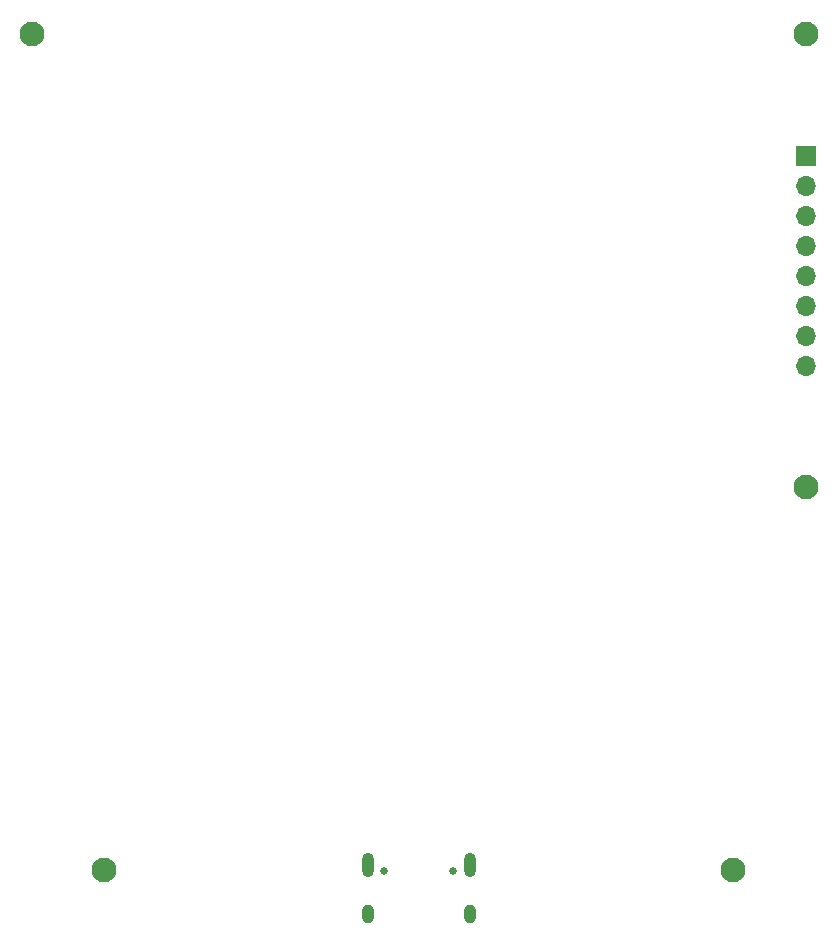
<source format=gbr>
%TF.GenerationSoftware,KiCad,Pcbnew,7.0.5*%
%TF.CreationDate,2023-10-05T13:47:36-07:00*%
%TF.ProjectId,EV9.5 Board Design,4556392e-3520-4426-9f61-726420446573,EV9*%
%TF.SameCoordinates,Original*%
%TF.FileFunction,Soldermask,Bot*%
%TF.FilePolarity,Negative*%
%FSLAX46Y46*%
G04 Gerber Fmt 4.6, Leading zero omitted, Abs format (unit mm)*
G04 Created by KiCad (PCBNEW 7.0.5) date 2023-10-05 13:47:36*
%MOMM*%
%LPD*%
G01*
G04 APERTURE LIST*
%ADD10C,2.100000*%
%ADD11R,1.700000X1.700000*%
%ADD12O,1.700000X1.700000*%
%ADD13C,0.650000*%
%ADD14O,1.000000X2.100000*%
%ADD15O,1.000000X1.600000*%
G04 APERTURE END LIST*
D10*
%TO.C,REF\u002A\u002A*%
X176937500Y-140345000D03*
%TD*%
D11*
%TO.C,J4*%
X183087500Y-79885000D03*
D12*
X183087500Y-82425000D03*
X183087500Y-84965000D03*
X183087500Y-87505000D03*
X183087500Y-90045000D03*
X183087500Y-92585000D03*
X183087500Y-95125000D03*
X183087500Y-97665000D03*
%TD*%
D10*
%TO.C,REF\u002A\u002A*%
X183087500Y-107925000D03*
%TD*%
%TO.C,REF\u002A\u002A*%
X117587500Y-69625000D03*
%TD*%
%TO.C,REF\u002A\u002A*%
X183120000Y-69625000D03*
%TD*%
%TO.C,REF\u002A\u002A*%
X123637500Y-140345000D03*
%TD*%
D13*
%TO.C,J9*%
X147397500Y-140446000D03*
X153177500Y-140446000D03*
D14*
X145967500Y-139916000D03*
D15*
X145967500Y-144096000D03*
D14*
X154607500Y-139916000D03*
D15*
X154607500Y-144096000D03*
%TD*%
M02*

</source>
